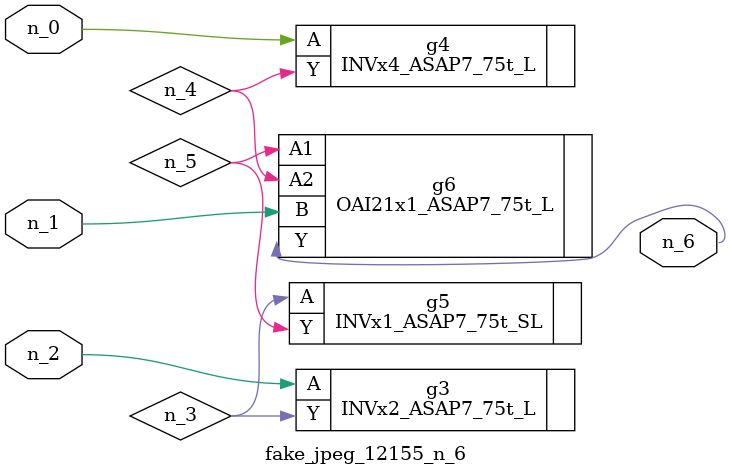
<source format=v>
module fake_jpeg_12155_n_6 (n_0, n_2, n_1, n_6);

input n_0;
input n_2;
input n_1;

output n_6;

wire n_3;
wire n_4;
wire n_5;

INVx2_ASAP7_75t_L g3 ( 
.A(n_2),
.Y(n_3)
);

INVx4_ASAP7_75t_L g4 ( 
.A(n_0),
.Y(n_4)
);

INVx1_ASAP7_75t_SL g5 ( 
.A(n_3),
.Y(n_5)
);

OAI21x1_ASAP7_75t_L g6 ( 
.A1(n_5),
.A2(n_4),
.B(n_1),
.Y(n_6)
);


endmodule
</source>
